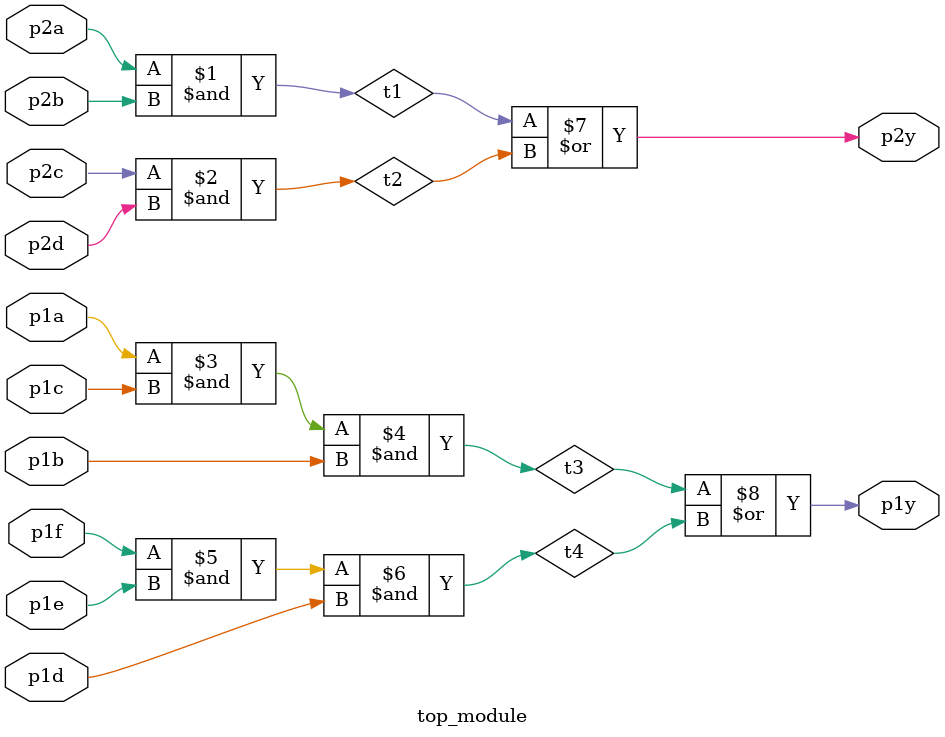
<source format=v>
module top_module ( 
    input p1a, p1b, p1c, p1d, p1e, p1f,
    output p1y,
    input p2a, p2b, p2c, p2d,
    output p2y );
	
    wire t1,t2,t3,t4;
    assign t1 = p2a & p2b;
    assign t2 = p2c & p2d;
    assign t3 = p1a & p1c & p1b;
    assign t4 = p1f & p1e & p1d;
    
    assign p2y = t1 | t2;
    assign p1y = t3 | t4;

endmodule

</source>
